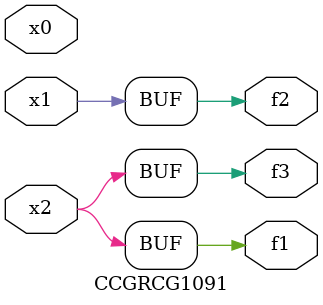
<source format=v>
module CCGRCG1091(
	input x0, x1, x2,
	output f1, f2, f3
);
	assign f1 = x2;
	assign f2 = x1;
	assign f3 = x2;
endmodule

</source>
